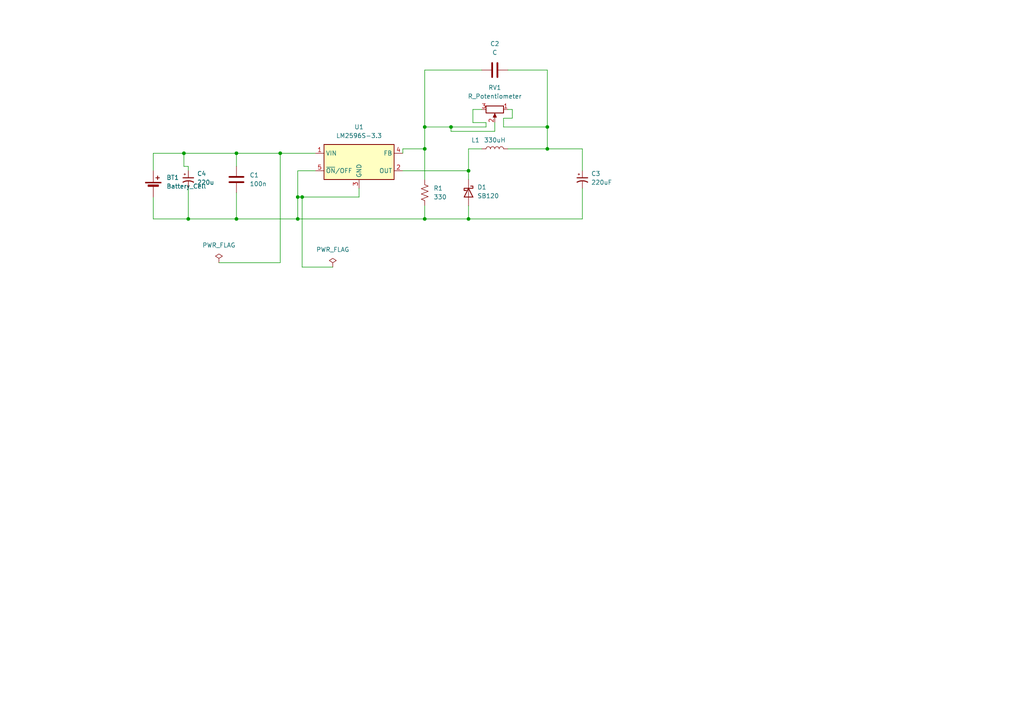
<source format=kicad_sch>
(kicad_sch (version 20231120) (generator "eeschema") (generator_version "8.0")
  (paper "A4")
  (lib_symbols
    (symbol "Device:Battery_Cell" (pin_numbers hide) (pin_names (offset 0) hide)
      (property "Reference" "BT" (at 2.54 2.54 0))
      (property "Value" "Battery_Cell" (at 2.54 0 0))
      (symbol "Battery_Cell_0_1"
        (rectangle (start -2.286 1.778) (end 2.286 1.524) (fill (type outline)))
        (rectangle (start -1.524 1.016) (end 1.524 0.508) (fill (type outline)))
        (polyline (pts (xy 0 0.762) (xy 0 0)))
        (polyline (pts (xy 0 1.778) (xy 0 2.54)))
        (polyline (pts (xy 0.762 3.048) (xy 1.778 3.048)) (stroke (width 0.254)))
        (polyline (pts (xy 1.27 3.556) (xy 1.27 2.54)) (stroke (width 0.254)))
      )
      (symbol "Battery_Cell_1_1"
        (pin passive line (at 0 5.08 270) (length 2.54) (name "+") (number "1"))
        (pin passive line (at 0 -2.54 90) (length 2.54) (name "-") (number "2"))
      )
    )
    (symbol "Device:C" (pin_numbers hide) (pin_names (offset 0.254))
      (property "Reference" "C" (at 0.635 2.54 0))
      (property "Value" "C" (at 0.635 -2.54 0))
      (symbol "C_0_1"
        (polyline (pts (xy -2.032 -0.762) (xy 2.032 -0.762)) (stroke (width 0.508)))
        (polyline (pts (xy -2.032 0.762) (xy 2.032 0.762)) (stroke (width 0.508)))
      )
      (symbol "C_1_1"
        (pin passive line (at 0 3.81 270) (length 2.794) (name "~") (number "1"))
        (pin passive line (at 0 -3.81 90) (length 2.794) (name "~") (number "2"))
      )
    )
    (symbol "Device:C_Polarized_Small_US" (pin_numbers hide) (pin_names (offset 0.254) hide)
      (property "Reference" "C" (at 0.254 1.778 0))
      (property "Value" "C_Polarized_Small_US" (at 0.254 -2.032 0))
      (symbol "C_Polarized_Small_US_0_1"
        (polyline (pts (xy -1.524 0.508) (xy 1.524 0.508)) (stroke (width 0.3048)))
        (polyline (pts (xy -1.27 1.524) (xy -0.762 1.524)))
        (polyline (pts (xy -1.016 1.27) (xy -1.016 1.778)))
        (arc (start 1.524 -0.762) (mid 0 -0.3734) (end -1.524 -0.762) (stroke (width 0.3048)))
      )
      (symbol "C_Polarized_Small_US_1_1"
        (pin passive line (at 0 2.54 270) (length 2.032) (name "~") (number "1"))
        (pin passive line (at 0 -2.54 90) (length 2.032) (name "~") (number "2"))
      )
    )
    (symbol "Device:L" (pin_numbers hide) (pin_names (offset 1.016) hide)
      (property "Reference" "L" (at -1.27 0 90))
      (property "Value" "L" (at 1.905 0 90))
      (symbol "L_0_1"
        (arc (start 0 -2.54) (mid 0.6323 -1.905) (end 0 -1.27))
        (arc (start 0 -1.27) (mid 0.6323 -0.635) (end 0 0))
        (arc (start 0 0) (mid 0.6323 0.635) (end 0 1.27))
        (arc (start 0 1.27) (mid 0.6323 1.905) (end 0 2.54))
      )
      (symbol "L_1_1"
        (pin passive line (at 0 3.81 270) (length 1.27) (name "1") (number "1"))
        (pin passive line (at 0 -3.81 90) (length 1.27) (name "2") (number "2"))
      )
    )
    (symbol "Device:R_Potentiometer" (pin_names (offset 1.016) hide)
      (property "Reference" "RV" (at -4.445 0 90))
      (property "Value" "R_Potentiometer" (at -2.54 0 90))
      (symbol "R_Potentiometer_0_1"
        (polyline (pts (xy 2.54 0) (xy 1.524 0)))
        (polyline (pts (xy 1.143 0) (xy 2.286 0.508) (xy 2.286 -0.508) (xy 1.143 0)) (fill (type outline)))
        (rectangle (start 1.016 2.54) (end -1.016 -2.54) (stroke (width 0.254)))
      )
      (symbol "R_Potentiometer_1_1"
        (pin passive line (at 0 3.81 270) (length 1.27) (name "1") (number "1"))
        (pin passive line (at 3.81 0 180) (length 1.27) (name "2") (number "2"))
        (pin passive line (at 0 -3.81 90) (length 1.27) (name "3") (number "3"))
      )
    )
    (symbol "Device:R_US" (pin_numbers hide) (pin_names (offset 0))
      (property "Reference" "R" (at 2.54 0 90))
      (property "Value" "R_US" (at -2.54 0 90))
      (symbol "R_US_0_1"
        (polyline (pts (xy 0 -2.286) (xy 0 -2.54)))
        (polyline (pts (xy 0 2.286) (xy 0 2.54)))
        (polyline (pts (xy 0 -0.762) (xy 1.016 -1.143) (xy 0 -1.524) (xy -1.016 -1.905) (xy 0 -2.286)))
        (polyline (pts (xy 0 0.762) (xy 1.016 0.381) (xy 0 0) (xy -1.016 -0.381) (xy 0 -0.762)))
        (polyline (pts (xy 0 2.286) (xy 1.016 1.905) (xy 0 1.524) (xy -1.016 1.143) (xy 0 0.762)))
      )
      (symbol "R_US_1_1"
        (pin passive line (at 0 3.81 270) (length 1.27) (name "~") (number "1"))
        (pin passive line (at 0 -3.81 90) (length 1.27) (name "~") (number "2"))
      )
    )
    (symbol "Diode:SB120" (pin_numbers hide) (pin_names (offset 1.016) hide)
      (property "Reference" "D" (at 0 2.54 0))
      (property "Value" "SB120" (at 0 -2.54 0))
      (symbol "SB120_0_1"
        (polyline (pts (xy 1.27 0) (xy -1.27 0)))
        (polyline (pts (xy 1.27 1.27) (xy 1.27 -1.27) (xy -1.27 0) (xy 1.27 1.27)) (stroke (width 0.254)))
        (polyline (pts (xy -1.905 0.635) (xy -1.905 1.27) (xy -1.27 1.27) (xy -1.27 -1.27) (xy -0.635 -1.27) (xy -0.635 -0.635)) (stroke (width 0.254)))
      )
      (symbol "SB120_1_1"
        (pin passive line (at -3.81 0 0) (length 2.54) (name "K") (number "1"))
        (pin passive line (at 3.81 0 180) (length 2.54) (name "A") (number "2"))
      )
    )
    (symbol "Regulator_Switching:LM2596S-3.3"
      (property "Reference" "U" (at -10.16 6.35 0))
      (property "Value" "LM2596S-3.3" (at 0 6.35 0))
      (symbol "LM2596S-3.3_0_1"
        (rectangle (start -10.16 5.08) (end 10.16 -5.08) (stroke (width 0.254)) (fill (type background)))
      )
      (symbol "LM2596S-3.3_1_1"
        (pin power_in line (at -12.7 2.54 0) (length 2.54) (name "VIN") (number "1"))
        (pin output line (at 12.7 -2.54 180) (length 2.54) (name "OUT") (number "2"))
        (pin power_in line (at 0 -7.62 90) (length 2.54) (name "GND") (number "3"))
        (pin input line (at 12.7 2.54 180) (length 2.54) (name "FB") (number "4"))
        (pin input line (at -12.7 -2.54 0) (length 2.54) (name "~{ON}/OFF") (number "5"))
      )
    )
    (symbol "power:PWR_FLAG" (power) (pin_numbers hide) (pin_names (offset 0) hide)
      (property "Value" "PWR_FLAG" (at 0 3.81 0))
      (symbol "PWR_FLAG_0_0"
        (pin power_out line (at 0 0 90) (length 0) (name "~") (number "1"))
      )
      (symbol "PWR_FLAG_0_1"
        (polyline (pts (xy 0 0) (xy 0 1.27) (xy -1.016 1.905) (xy 0 2.54) (xy 1.016 1.905) (xy 0 1.27)))
      )
    )
  )
  (junction (at 68.58 44.45))
  (junction (at 123.19 43.18))
  (junction (at 135.89 63.5))
  (junction (at 158.75 36.83))
  (junction (at 123.19 63.5))
  (junction (at 87.63 57.15))
  (junction (at 86.36 57.15))
  (junction (at 130.81 36.83))
  (junction (at 158.75 43.18))
  (junction (at 68.58 63.5))
  (junction (at 81.28 44.45))
  (junction (at 135.89 49.53))
  (junction (at 54.61 63.5))
  (junction (at 53.34 44.45))
  (junction (at 86.36 63.5))
  (junction (at 123.19 36.83))
  (wire (pts (xy 68.58 44.45) (xy 81.28 44.45)))
  (wire (pts (xy 53.34 44.45) (xy 53.34 48.26)))
  (wire (pts (xy 123.19 43.18) (xy 123.19 52.07)))
  (wire (pts (xy 96.52 77.47) (xy 87.63 77.47)))
  (wire (pts (xy 158.75 36.83) (xy 158.75 43.18)))
  (wire (pts (xy 168.91 49.53) (xy 168.91 43.18)))
  (wire (pts (xy 68.58 63.5) (xy 86.36 63.5)))
  (wire (pts (xy 68.58 44.45) (xy 68.58 48.26)))
  (wire (pts (xy 168.91 63.5) (xy 135.89 63.5)))
  (wire (pts (xy 139.7 43.18) (xy 135.89 43.18)))
  (wire (pts (xy 116.84 43.18) (xy 116.84 44.45)))
  (wire (pts (xy 140.97 35.56) (xy 137.16 35.56)))
  (wire (pts (xy 135.89 63.5) (xy 123.19 63.5)))
  (wire (pts (xy 158.75 43.18) (xy 147.32 43.18)))
  (wire (pts (xy 91.44 49.53) (xy 86.36 49.53)))
  (wire (pts (xy 116.84 43.18) (xy 123.19 43.18)))
  (wire (pts (xy 87.63 57.15) (xy 86.36 57.15)))
  (wire (pts (xy 86.36 63.5) (xy 123.19 63.5)))
  (wire (pts (xy 146.05 36.83) (xy 146.05 34.29)))
  (wire (pts (xy 146.05 36.83) (xy 158.75 36.83)))
  (wire (pts (xy 148.59 31.75) (xy 147.32 31.75)))
  (wire (pts (xy 130.81 36.83) (xy 140.97 36.83)))
  (wire (pts (xy 158.75 20.32) (xy 158.75 36.83)))
  (wire (pts (xy 86.36 49.53) (xy 86.36 57.15)))
  (wire (pts (xy 44.45 49.53) (xy 44.45 44.45)))
  (wire (pts (xy 54.61 54.61) (xy 54.61 63.5)))
  (wire (pts (xy 147.32 20.32) (xy 158.75 20.32)))
  (wire (pts (xy 135.89 49.53) (xy 135.89 52.07)))
  (wire (pts (xy 143.51 35.56) (xy 143.51 38.1)))
  (wire (pts (xy 140.97 36.83) (xy 140.97 35.56)))
  (wire (pts (xy 143.51 38.1) (xy 130.81 38.1)))
  (wire (pts (xy 87.63 77.47) (xy 87.63 57.15)))
  (wire (pts (xy 81.28 44.45) (xy 91.44 44.45)))
  (wire (pts (xy 54.61 63.5) (xy 68.58 63.5)))
  (wire (pts (xy 86.36 57.15) (xy 86.36 63.5)))
  (wire (pts (xy 135.89 43.18) (xy 135.89 49.53)))
  (wire (pts (xy 63.5 76.2) (xy 81.28 76.2)))
  (wire (pts (xy 44.45 57.15) (xy 44.45 63.5)))
  (wire (pts (xy 123.19 20.32) (xy 123.19 36.83)))
  (wire (pts (xy 54.61 48.26) (xy 54.61 49.53)))
  (wire (pts (xy 123.19 63.5) (xy 123.19 59.69)))
  (wire (pts (xy 123.19 36.83) (xy 123.19 43.18)))
  (wire (pts (xy 104.14 57.15) (xy 87.63 57.15)))
  (wire (pts (xy 137.16 35.56) (xy 137.16 31.75)))
  (wire (pts (xy 123.19 36.83) (xy 130.81 36.83)))
  (wire (pts (xy 139.7 20.32) (xy 123.19 20.32)))
  (wire (pts (xy 130.81 38.1) (xy 130.81 36.83)))
  (wire (pts (xy 44.45 44.45) (xy 53.34 44.45)))
  (wire (pts (xy 168.91 43.18) (xy 158.75 43.18)))
  (wire (pts (xy 68.58 55.88) (xy 68.58 63.5)))
  (wire (pts (xy 137.16 31.75) (xy 139.7 31.75)))
  (wire (pts (xy 146.05 34.29) (xy 148.59 34.29)))
  (wire (pts (xy 135.89 59.69) (xy 135.89 63.5)))
  (wire (pts (xy 53.34 48.26) (xy 54.61 48.26)))
  (wire (pts (xy 116.84 49.53) (xy 135.89 49.53)))
  (wire (pts (xy 104.14 54.61) (xy 104.14 57.15)))
  (wire (pts (xy 148.59 34.29) (xy 148.59 31.75)))
  (wire (pts (xy 44.45 63.5) (xy 54.61 63.5)))
  (wire (pts (xy 53.34 44.45) (xy 68.58 44.45)))
  (wire (pts (xy 168.91 54.61) (xy 168.91 63.5)))
  (wire (pts (xy 81.28 44.45) (xy 81.28 76.2)))
  (symbol (lib_id "Diode:SB120") (at 135.89 55.88 270) (unit 1)
    (property "Reference" "D1" (at 138.43 54.2924 90) (effects (justify left)))
    (property "Value" "SB120" (at 138.43 56.8324 90) (effects (justify left)))
    (property "Footprint" "Diode_THT:D_DO-41_SOD81_P10.16mm_Horizontal" (effects (hide yes)))
    (property "Datasheet" "http://www.diodes.com/_files/datasheets/ds23022.pdf" (effects (hide yes)))
    (property "Description" "20V 1A Schottky Barrier Rectifier Diode, DO-41" (effects (hide yes)))
  )
  (symbol (lib_id "power:PWR_FLAG") (at 63.5 76.2 0) (unit 1)
    (property "Reference" "#FLG01" (effects (hide yes)))
    (property "Value" "PWR_FLAG" (at 63.5 71.12 0))
    (property "Description" "Special symbol for telling ERC where power comes from" (effects (hide yes)))
  )
  (symbol (lib_id "Device:C") (at 143.51 20.32 90) (unit 1)
    (property "Reference" "C2" (at 143.51 12.7 90))
    (property "Value" "C" (at 143.51 15.24 90))
    (property "Footprint" "Capacitor_SMD:C_0402_1005Metric_Pad0.74x0.62mm_HandSolder" (effects (hide yes)))
    (property "Description" "Unpolarized capacitor" (effects (hide yes)))
  )
  (symbol (lib_id "Device:C_Polarized_Small_US") (at 54.61 52.07 0) (unit 1)
    (property "Reference" "C4" (at 57.15 50.3681 0) (effects (justify left)))
    (property "Value" "220u" (at 57.15 52.9081 0) (effects (justify left)))
    (property "Footprint" "Capacitor_SMD:CP_Elec_3x5.4" (effects (hide yes)))
    (property "Description" "Polarized capacitor, small US symbol" (effects (hide yes)))
  )
  (symbol (lib_id "Device:R_US") (at 123.19 55.88 0) (unit 1)
    (property "Reference" "R1" (at 125.73 54.6099 0) (effects (justify left)))
    (property "Value" "330" (at 125.73 57.1499 0) (effects (justify left)))
    (property "Footprint" "Resistor_SMD:R_0402_1005Metric_Pad0.72x0.64mm_HandSolder" (effects (hide yes)))
    (property "Description" "Resistor, US symbol" (effects (hide yes)))
  )
  (symbol (lib_id "Device:C_Polarized_Small_US") (at 168.91 52.07 0) (unit 1)
    (property "Reference" "C3" (at 171.45 50.3681 0) (effects (justify left)))
    (property "Value" "220uF" (at 171.45 52.9081 0) (effects (justify left)))
    (property "Footprint" "Capacitor_SMD:CP_Elec_3x5.4" (effects (hide yes)))
    (property "Description" "Polarized capacitor, small US symbol" (effects (hide yes)))
  )
  (symbol (lib_id "Device:C") (at 68.58 52.07 0) (unit 1)
    (property "Reference" "C1" (at 72.39 50.7999 0) (effects (justify left)))
    (property "Value" "100n" (at 72.39 53.3399 0) (effects (justify left)))
    (property "Footprint" "Capacitor_SMD:C_1210_3225Metric" (effects (hide yes)))
    (property "Description" "Unpolarized capacitor" (effects (hide yes)))
  )
  (symbol (lib_id "power:PWR_FLAG") (at 96.52 77.47 0) (unit 1)
    (property "Reference" "#FLG02" (effects (hide yes)))
    (property "Value" "PWR_FLAG" (at 96.52 72.39 0))
    (property "Description" "Special symbol for telling ERC where power comes from" (effects (hide yes)))
  )
  (symbol (lib_id "Device:L") (at 143.51 43.18 90) (unit 1)
    (property "Reference" "L1" (at 137.922 40.64 90))
    (property "Value" "330uH" (at 143.51 40.64 90))
    (property "Footprint" "Inductor_SMD:L_7.3x7.3_H4.5" (effects (hide yes)))
    (property "Description" "Inductor" (effects (hide yes)))
  )
  (symbol (lib_id "Device:Battery_Cell") (at 44.45 54.61 0) (unit 1)
    (property "Reference" "BT1" (at 48.26 51.4984 0) (effects (justify left)))
    (property "Value" "Battery_Cell" (at 48.26 54.0384 0) (effects (justify left)))
    (property "Footprint" "Battery:BatteryHolder_Keystone_2460_1xAA" (effects (hide yes)))
    (property "Description" "Single-cell battery" (effects (hide yes)))
  )
  (symbol (lib_id "Device:R_Potentiometer") (at 143.51 31.75 270) (unit 1)
    (property "Reference" "RV1" (at 143.51 25.4 90))
    (property "Value" "R_Potentiometer" (at 143.51 27.94 90))
    (property "Footprint" "Potentiometer_SMD:Potentiometer_ACP_CA9-VSMD_Vertical_Hole" (effects (hide yes)))
    (property "Description" "Potentiometer" (effects (hide yes)))
  )
  (symbol (lib_id "Regulator_Switching:LM2596S-3.3") (at 104.14 46.99 0) (unit 1)
    (property "Reference" "U1" (at 104.14 36.83 0))
    (property "Value" "LM2596S-3.3" (at 104.14 39.37 0))
    (property "Footprint" "Package_TO_SOT_SMD:TO-263-5_TabPin3" (effects (hide yes)))
    (property "Datasheet" "http://www.ti.com/lit/ds/symlink/lm2596.pdf" (effects (hide yes)))
    (property "Description" "3.3V 3A Step-Down Voltage Regulator, TO-263" (effects (hide yes)))
  )
)
</source>
